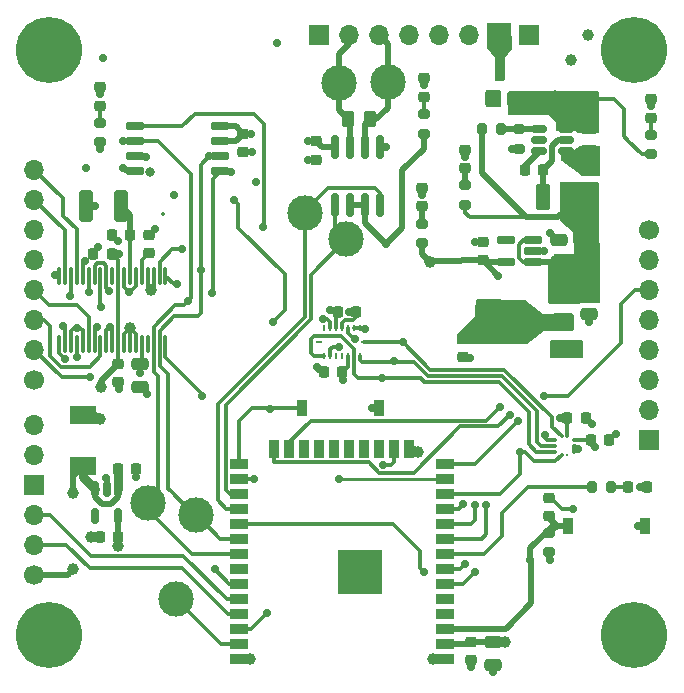
<source format=gtl>
G04 #@! TF.GenerationSoftware,KiCad,Pcbnew,9.0.0*
G04 #@! TF.CreationDate,2025-02-28T23:09:54-08:00*
G04 #@! TF.ProjectId,Constellation Stack V3.0,436f6e73-7465-46c6-9c61-74696f6e2053,rev?*
G04 #@! TF.SameCoordinates,Original*
G04 #@! TF.FileFunction,Copper,L1,Top*
G04 #@! TF.FilePolarity,Positive*
%FSLAX46Y46*%
G04 Gerber Fmt 4.6, Leading zero omitted, Abs format (unit mm)*
G04 Created by KiCad (PCBNEW 9.0.0) date 2025-02-28 23:09:54*
%MOMM*%
%LPD*%
G01*
G04 APERTURE LIST*
G04 Aperture macros list*
%AMRoundRect*
0 Rectangle with rounded corners*
0 $1 Rounding radius*
0 $2 $3 $4 $5 $6 $7 $8 $9 X,Y pos of 4 corners*
0 Add a 4 corners polygon primitive as box body*
4,1,4,$2,$3,$4,$5,$6,$7,$8,$9,$2,$3,0*
0 Add four circle primitives for the rounded corners*
1,1,$1+$1,$2,$3*
1,1,$1+$1,$4,$5*
1,1,$1+$1,$6,$7*
1,1,$1+$1,$8,$9*
0 Add four rect primitives between the rounded corners*
20,1,$1+$1,$2,$3,$4,$5,0*
20,1,$1+$1,$4,$5,$6,$7,0*
20,1,$1+$1,$6,$7,$8,$9,0*
20,1,$1+$1,$8,$9,$2,$3,0*%
G04 Aperture macros list end*
G04 #@! TA.AperFunction,SMDPad,CuDef*
%ADD10RoundRect,0.218750X-0.256250X0.218750X-0.256250X-0.218750X0.256250X-0.218750X0.256250X0.218750X0*%
G04 #@! TD*
G04 #@! TA.AperFunction,SMDPad,CuDef*
%ADD11RoundRect,0.250000X-0.262500X-0.450000X0.262500X-0.450000X0.262500X0.450000X-0.262500X0.450000X0*%
G04 #@! TD*
G04 #@! TA.AperFunction,ComponentPad*
%ADD12C,5.600000*%
G04 #@! TD*
G04 #@! TA.AperFunction,SMDPad,CuDef*
%ADD13R,1.500000X0.900000*%
G04 #@! TD*
G04 #@! TA.AperFunction,SMDPad,CuDef*
%ADD14R,0.900000X1.500000*%
G04 #@! TD*
G04 #@! TA.AperFunction,SMDPad,CuDef*
%ADD15R,0.900000X0.900000*%
G04 #@! TD*
G04 #@! TA.AperFunction,HeatsinkPad*
%ADD16C,0.600000*%
G04 #@! TD*
G04 #@! TA.AperFunction,SMDPad,CuDef*
%ADD17R,3.800000X3.800000*%
G04 #@! TD*
G04 #@! TA.AperFunction,SMDPad,CuDef*
%ADD18RoundRect,0.225000X0.250000X-0.225000X0.250000X0.225000X-0.250000X0.225000X-0.250000X-0.225000X0*%
G04 #@! TD*
G04 #@! TA.AperFunction,SMDPad,CuDef*
%ADD19RoundRect,0.250000X-0.475000X0.250000X-0.475000X-0.250000X0.475000X-0.250000X0.475000X0.250000X0*%
G04 #@! TD*
G04 #@! TA.AperFunction,SMDPad,CuDef*
%ADD20RoundRect,0.250000X0.475000X-0.250000X0.475000X0.250000X-0.475000X0.250000X-0.475000X-0.250000X0*%
G04 #@! TD*
G04 #@! TA.AperFunction,SMDPad,CuDef*
%ADD21R,0.254000X0.482600*%
G04 #@! TD*
G04 #@! TA.AperFunction,SMDPad,CuDef*
%ADD22R,0.482600X0.254000*%
G04 #@! TD*
G04 #@! TA.AperFunction,SMDPad,CuDef*
%ADD23RoundRect,0.375000X0.625000X0.375000X-0.625000X0.375000X-0.625000X-0.375000X0.625000X-0.375000X0*%
G04 #@! TD*
G04 #@! TA.AperFunction,SMDPad,CuDef*
%ADD24RoundRect,0.500000X0.500000X1.400000X-0.500000X1.400000X-0.500000X-1.400000X0.500000X-1.400000X0*%
G04 #@! TD*
G04 #@! TA.AperFunction,SMDPad,CuDef*
%ADD25RoundRect,0.150000X0.512500X0.150000X-0.512500X0.150000X-0.512500X-0.150000X0.512500X-0.150000X0*%
G04 #@! TD*
G04 #@! TA.AperFunction,SMDPad,CuDef*
%ADD26RoundRect,0.225000X-0.225000X-0.250000X0.225000X-0.250000X0.225000X0.250000X-0.225000X0.250000X0*%
G04 #@! TD*
G04 #@! TA.AperFunction,SMDPad,CuDef*
%ADD27RoundRect,0.225000X-0.250000X0.225000X-0.250000X-0.225000X0.250000X-0.225000X0.250000X0.225000X0*%
G04 #@! TD*
G04 #@! TA.AperFunction,SMDPad,CuDef*
%ADD28RoundRect,0.218750X0.218750X0.256250X-0.218750X0.256250X-0.218750X-0.256250X0.218750X-0.256250X0*%
G04 #@! TD*
G04 #@! TA.AperFunction,SMDPad,CuDef*
%ADD29RoundRect,0.200000X0.275000X-0.200000X0.275000X0.200000X-0.275000X0.200000X-0.275000X-0.200000X0*%
G04 #@! TD*
G04 #@! TA.AperFunction,SMDPad,CuDef*
%ADD30RoundRect,0.150000X-0.650000X-0.150000X0.650000X-0.150000X0.650000X0.150000X-0.650000X0.150000X0*%
G04 #@! TD*
G04 #@! TA.AperFunction,SMDPad,CuDef*
%ADD31RoundRect,0.200000X-0.200000X-0.275000X0.200000X-0.275000X0.200000X0.275000X-0.200000X0.275000X0*%
G04 #@! TD*
G04 #@! TA.AperFunction,SMDPad,CuDef*
%ADD32R,0.889000X1.397000*%
G04 #@! TD*
G04 #@! TA.AperFunction,SMDPad,CuDef*
%ADD33RoundRect,0.150000X-0.150000X0.512500X-0.150000X-0.512500X0.150000X-0.512500X0.150000X0.512500X0*%
G04 #@! TD*
G04 #@! TA.AperFunction,SMDPad,CuDef*
%ADD34RoundRect,0.225000X0.225000X0.250000X-0.225000X0.250000X-0.225000X-0.250000X0.225000X-0.250000X0*%
G04 #@! TD*
G04 #@! TA.AperFunction,SMDPad,CuDef*
%ADD35RoundRect,0.150000X0.650000X0.150000X-0.650000X0.150000X-0.650000X-0.150000X0.650000X-0.150000X0*%
G04 #@! TD*
G04 #@! TA.AperFunction,SMDPad,CuDef*
%ADD36R,0.254000X0.279400*%
G04 #@! TD*
G04 #@! TA.AperFunction,SMDPad,CuDef*
%ADD37R,0.279400X0.254000*%
G04 #@! TD*
G04 #@! TA.AperFunction,SMDPad,CuDef*
%ADD38RoundRect,0.250000X-0.325000X-1.100000X0.325000X-1.100000X0.325000X1.100000X-0.325000X1.100000X0*%
G04 #@! TD*
G04 #@! TA.AperFunction,SMDPad,CuDef*
%ADD39RoundRect,0.150000X0.150000X-0.512500X0.150000X0.512500X-0.150000X0.512500X-0.150000X-0.512500X0*%
G04 #@! TD*
G04 #@! TA.AperFunction,SMDPad,CuDef*
%ADD40RoundRect,0.150000X0.150000X-0.825000X0.150000X0.825000X-0.150000X0.825000X-0.150000X-0.825000X0*%
G04 #@! TD*
G04 #@! TA.AperFunction,SMDPad,CuDef*
%ADD41RoundRect,0.250000X-0.375000X-0.850000X0.375000X-0.850000X0.375000X0.850000X-0.375000X0.850000X0*%
G04 #@! TD*
G04 #@! TA.AperFunction,SMDPad,CuDef*
%ADD42RoundRect,0.075000X-0.075000X0.662500X-0.075000X-0.662500X0.075000X-0.662500X0.075000X0.662500X0*%
G04 #@! TD*
G04 #@! TA.AperFunction,SMDPad,CuDef*
%ADD43RoundRect,0.200000X0.200000X0.275000X-0.200000X0.275000X-0.200000X-0.275000X0.200000X-0.275000X0*%
G04 #@! TD*
G04 #@! TA.AperFunction,SMDPad,CuDef*
%ADD44R,2.209800X1.574800*%
G04 #@! TD*
G04 #@! TA.AperFunction,ComponentPad*
%ADD45C,3.000000*%
G04 #@! TD*
G04 #@! TA.AperFunction,ComponentPad*
%ADD46C,1.700000*%
G04 #@! TD*
G04 #@! TA.AperFunction,ComponentPad*
%ADD47O,1.700000X1.700000*%
G04 #@! TD*
G04 #@! TA.AperFunction,ComponentPad*
%ADD48R,1.700000X1.700000*%
G04 #@! TD*
G04 #@! TA.AperFunction,ViaPad*
%ADD49C,0.700000*%
G04 #@! TD*
G04 #@! TA.AperFunction,ViaPad*
%ADD50C,1.000000*%
G04 #@! TD*
G04 #@! TA.AperFunction,ViaPad*
%ADD51C,0.800000*%
G04 #@! TD*
G04 #@! TA.AperFunction,Conductor*
%ADD52C,0.300000*%
G04 #@! TD*
G04 #@! TA.AperFunction,Conductor*
%ADD53C,0.500000*%
G04 #@! TD*
G04 #@! TA.AperFunction,Conductor*
%ADD54C,0.750000*%
G04 #@! TD*
G04 #@! TA.AperFunction,Conductor*
%ADD55C,0.250000*%
G04 #@! TD*
G04 APERTURE END LIST*
D10*
X33520000Y-32412499D03*
X33520000Y-33987501D03*
D11*
X54530000Y-35071600D03*
X56355000Y-35071600D03*
D12*
X78740000Y-78740000D03*
D13*
X62725000Y-80800000D03*
X62725000Y-79530000D03*
X62725000Y-78260000D03*
X62725000Y-76990000D03*
X62725000Y-75720000D03*
X62725000Y-74450000D03*
X62725000Y-73180000D03*
X62725000Y-71910000D03*
X62725000Y-70640000D03*
X62725000Y-69370000D03*
X62725000Y-68100000D03*
X62725000Y-66830000D03*
X62725000Y-65560000D03*
X62725000Y-64290000D03*
D14*
X59690000Y-63040000D03*
X58420000Y-63040000D03*
X57150000Y-63040001D03*
X55880000Y-63040000D03*
X54610000Y-63040000D03*
X53340000Y-63040000D03*
X52070000Y-63040000D03*
X50800000Y-63040001D03*
X49530000Y-63040000D03*
X48260000Y-63040000D03*
D13*
X45225000Y-64290000D03*
X45225000Y-65560000D03*
X45225000Y-66830000D03*
X45225000Y-68100000D03*
X45225000Y-69370000D03*
X45225000Y-70640000D03*
X45225000Y-71910000D03*
X45225000Y-73180000D03*
X45225000Y-74450000D03*
X45225000Y-75720000D03*
X45225000Y-76990000D03*
X45225000Y-78260000D03*
X45225000Y-79530000D03*
X45225000Y-80800000D03*
D15*
X56875000Y-74860000D03*
D16*
X56875000Y-74160000D03*
D15*
X56875000Y-73460000D03*
D16*
X56875000Y-72760000D03*
D15*
X56875000Y-72060000D03*
D16*
X56175000Y-74860000D03*
X56175000Y-73460000D03*
X56175000Y-72060000D03*
D15*
X55475000Y-74860000D03*
D16*
X55475000Y-74160000D03*
D15*
X55475000Y-73460000D03*
D17*
X55475000Y-73460000D03*
D16*
X55475000Y-72760000D03*
D15*
X55475000Y-72060000D03*
D16*
X54775000Y-74860000D03*
X54775000Y-73460000D03*
X54775000Y-72060000D03*
D15*
X54075000Y-74860000D03*
D16*
X54075000Y-74160000D03*
D15*
X54075000Y-73460000D03*
D16*
X54075000Y-72760000D03*
D15*
X54075000Y-72060000D03*
D18*
X74918700Y-41020800D03*
X74918700Y-39470800D03*
D19*
X74938700Y-49720800D03*
X74938700Y-51620798D03*
D20*
X36855000Y-57765999D03*
X36855000Y-55866001D03*
D18*
X71540002Y-68700000D03*
X71540002Y-67150000D03*
D12*
X29210000Y-78740000D03*
D21*
X52475000Y-52819300D03*
X52974999Y-52819300D03*
X53475001Y-52819300D03*
X53975000Y-52819300D03*
X54474999Y-52819300D03*
X54975001Y-52819300D03*
X55475000Y-52819300D03*
D22*
X55886300Y-53975000D03*
D21*
X55475000Y-55130700D03*
X54975001Y-55130700D03*
X54474999Y-55130700D03*
X53975000Y-55130700D03*
X53475001Y-55130700D03*
X52974999Y-55130700D03*
X52475000Y-55130700D03*
D22*
X52063700Y-53975000D03*
D23*
X72588700Y-54570800D03*
X72588699Y-52270800D03*
X72588700Y-49970800D03*
D24*
X66288701Y-52270800D03*
D25*
X72968700Y-37830799D03*
X72968700Y-36880800D03*
X72968700Y-35930801D03*
X70693700Y-35930801D03*
X70693700Y-36880800D03*
X70693700Y-37830799D03*
D26*
X34477500Y-44896000D03*
X36027500Y-44896000D03*
D27*
X45643800Y-36334400D03*
X45643800Y-37884400D03*
D28*
X79817051Y-66260000D03*
X78242049Y-66260000D03*
D29*
X60790000Y-45595000D03*
X60790000Y-43945000D03*
D30*
X36430400Y-35712400D03*
X36430400Y-36982400D03*
X36430400Y-38252400D03*
X36430400Y-39522400D03*
X43630400Y-39522400D03*
X43630400Y-38252400D03*
X43630400Y-36982400D03*
X43630400Y-35712400D03*
D27*
X64871600Y-79323600D03*
X64871600Y-80873600D03*
X64208699Y-53720800D03*
X64208699Y-55270800D03*
D26*
X32940000Y-46506000D03*
X34490000Y-46506000D03*
D18*
X65888700Y-47045800D03*
X65888700Y-45495800D03*
D31*
X75114550Y-66260000D03*
X76764550Y-66260000D03*
D32*
X79620001Y-69500000D03*
X73119999Y-69500000D03*
X57110451Y-59560000D03*
X50610449Y-59560000D03*
D33*
X35009998Y-66425000D03*
X34059999Y-66425000D03*
X33110000Y-66425000D03*
X33110000Y-68700000D03*
X35009998Y-68700000D03*
D29*
X33520000Y-37050000D03*
X33520000Y-35400000D03*
D34*
X35009999Y-70482500D03*
X33459999Y-70482500D03*
D29*
X68968700Y-37580801D03*
X68968700Y-35930801D03*
D35*
X70148700Y-47220800D03*
X70148700Y-46270800D03*
X70148700Y-45320800D03*
X67848700Y-45320800D03*
X67848700Y-47220800D03*
D36*
X73074701Y-61952599D03*
X72574701Y-61952599D03*
D37*
X72037301Y-62240000D03*
X72037301Y-62739999D03*
X72037301Y-63239998D03*
D36*
X72574701Y-63527399D03*
X73074701Y-63527399D03*
D37*
X73612101Y-63239998D03*
X73612101Y-62739999D03*
X73612101Y-62240000D03*
D38*
X32289999Y-42426000D03*
X35240001Y-42426000D03*
D26*
X73078300Y-60389599D03*
X74628300Y-60389599D03*
D34*
X36547499Y-64702500D03*
X34997499Y-64702500D03*
D39*
X66420002Y-33400000D03*
X68320000Y-33400000D03*
X67370001Y-31125000D03*
D26*
X75048300Y-62239599D03*
X76598300Y-62239599D03*
D20*
X72328701Y-47200798D03*
X72328701Y-45300800D03*
D40*
X53416200Y-42364200D03*
X54686200Y-42364200D03*
X55956200Y-42364200D03*
X57226200Y-42364200D03*
X57226200Y-37414200D03*
X55956200Y-37414200D03*
X54686200Y-37414200D03*
X53416200Y-37414200D03*
D10*
X80140000Y-33422499D03*
X80140000Y-34997501D03*
D41*
X71023700Y-41680800D03*
X73173700Y-41680800D03*
D12*
X78740000Y-29210000D03*
D18*
X37615000Y-46421000D03*
X37615000Y-44871000D03*
D26*
X53615000Y-51410000D03*
X55165000Y-51410000D03*
D18*
X35055200Y-57363600D03*
X35055200Y-55813600D03*
D42*
X39040000Y-48367500D03*
X38540000Y-48367500D03*
X38040000Y-48367500D03*
X37540000Y-48367500D03*
X37040000Y-48367500D03*
X36540000Y-48367500D03*
X36040000Y-48367500D03*
X35540000Y-48367500D03*
X35040000Y-48367500D03*
X34540000Y-48367500D03*
X34040000Y-48367500D03*
X33540000Y-48367500D03*
X33040000Y-48367500D03*
X32540000Y-48367500D03*
X32040000Y-48367500D03*
X31540000Y-48367500D03*
X31040000Y-48367500D03*
X30540000Y-48367500D03*
X30040000Y-48367500D03*
X30040000Y-54092500D03*
X30540000Y-54092500D03*
X31040000Y-54092500D03*
X31540000Y-54092500D03*
X32040000Y-54092500D03*
X32540000Y-54092500D03*
X33040000Y-54092500D03*
X33540000Y-54092500D03*
X34040000Y-54092500D03*
X34540000Y-54092500D03*
X35040000Y-54092500D03*
X35540000Y-54092500D03*
X36040000Y-54092500D03*
X36540000Y-54092500D03*
X37040000Y-54092500D03*
X37540000Y-54092500D03*
X38040000Y-54092500D03*
X38540000Y-54092500D03*
X39040000Y-54092500D03*
D29*
X64418700Y-42345800D03*
X64418700Y-40695800D03*
D34*
X54015000Y-56540000D03*
X52465000Y-56540000D03*
D29*
X71540002Y-71784999D03*
X71540002Y-70134999D03*
X60909200Y-36346400D03*
X60909200Y-34696400D03*
D10*
X60919199Y-31623899D03*
X60919199Y-33198901D03*
X64408700Y-37683299D03*
X64408700Y-39258301D03*
D29*
X80140000Y-38072500D03*
X80140000Y-36422500D03*
D19*
X74928700Y-35860800D03*
X74928700Y-37760798D03*
D43*
X67488700Y-35930801D03*
X65838700Y-35930801D03*
D10*
X60790000Y-40904998D03*
X60790000Y-42480000D03*
D27*
X51766700Y-36969700D03*
X51766700Y-38519700D03*
D12*
X29210000Y-29210000D03*
D19*
X66781600Y-79373600D03*
X66781600Y-81273598D03*
D26*
X69473700Y-39420800D03*
X71023700Y-39420800D03*
D44*
X32058998Y-60150499D03*
X32058998Y-64468501D03*
D45*
X50820000Y-43060000D03*
D46*
X27940000Y-73660000D03*
D47*
X27940000Y-71120000D03*
X27940000Y-68580001D03*
D48*
X27940000Y-66040000D03*
D47*
X27940000Y-63500000D03*
X27940000Y-60960000D03*
D45*
X54360000Y-45240000D03*
X37520000Y-67600000D03*
X39960000Y-75710000D03*
D46*
X27940000Y-57150000D03*
D47*
X27940000Y-54610000D03*
X27940000Y-52070000D03*
X27940000Y-49530000D03*
X27940000Y-46990000D03*
X27940000Y-44450000D03*
X27940000Y-41910000D03*
X27940000Y-39370000D03*
D48*
X69850000Y-27940000D03*
D47*
X67310000Y-27940000D03*
X64770000Y-27940000D03*
X62230000Y-27940000D03*
X59690000Y-27940000D03*
X57150000Y-27940000D03*
X54610000Y-27940000D03*
D48*
X52070000Y-27940000D03*
D45*
X53740000Y-32020000D03*
X57850000Y-31980000D03*
X41640000Y-68590000D03*
D46*
X80010000Y-44450000D03*
D47*
X80010000Y-46990000D03*
X80010000Y-49530000D03*
X80010000Y-52070000D03*
X80010000Y-54610000D03*
X80010000Y-57150000D03*
X80010000Y-59690000D03*
D48*
X80010000Y-62230000D03*
D49*
X35075200Y-57968599D03*
X33240000Y-52730000D03*
X79234550Y-66280000D03*
X73550432Y-68120432D03*
D50*
X36027500Y-52776000D03*
D49*
X30505871Y-55380000D03*
X29695000Y-48316000D03*
X71618700Y-44730800D03*
X54615000Y-51392576D03*
D50*
X46228000Y-80822800D03*
D49*
X80151362Y-34010000D03*
X38115000Y-44366000D03*
X36557499Y-65352500D03*
D50*
X37775000Y-49546000D03*
X32747499Y-70482500D03*
D51*
X37714205Y-39540308D03*
D49*
X34995000Y-45416000D03*
X71200000Y-61840000D03*
X33055000Y-42426000D03*
X35470000Y-39190000D03*
X37493600Y-58392000D03*
X33520000Y-33000000D03*
X75143300Y-60929599D03*
X60929200Y-32211401D03*
X64881600Y-81493600D03*
X73788700Y-38980800D03*
X33780000Y-29960000D03*
X64848700Y-55300800D03*
X46670000Y-40420000D03*
X55956200Y-52832000D03*
X56490450Y-59570000D03*
X60780000Y-41492501D03*
X35969600Y-49730600D03*
X34310000Y-52690000D03*
X67100000Y-32990000D03*
X51126700Y-38514700D03*
X73988700Y-54950800D03*
X74938700Y-52290800D03*
X65248700Y-45510800D03*
X73998700Y-54220800D03*
D50*
X60401200Y-63271400D03*
D49*
X73959700Y-63019399D03*
X67110000Y-33710000D03*
X32240000Y-47120361D03*
X77190000Y-61730000D03*
X66801600Y-81933600D03*
X31547673Y-52805000D03*
X71098700Y-46290800D03*
X64424731Y-38270801D03*
X52400000Y-52027998D03*
D50*
X61671200Y-80822800D03*
X73360000Y-30080000D03*
D49*
X51900000Y-56070000D03*
X30984252Y-50041698D03*
X46380400Y-37896800D03*
X79010002Y-69500000D03*
X57686200Y-37444199D03*
X34270000Y-49630000D03*
X48520000Y-28630000D03*
X34021734Y-65496735D03*
X68348699Y-37580801D03*
X32280000Y-39260000D03*
X33315000Y-45896000D03*
D50*
X74810000Y-27980000D03*
X69538700Y-52260800D03*
X34987499Y-71212500D03*
X68438700Y-51160800D03*
D49*
X72463300Y-60409599D03*
X53010000Y-51253400D03*
D50*
X68438700Y-52250800D03*
D49*
X54110000Y-57180000D03*
X39730000Y-41490000D03*
D50*
X69538700Y-53360800D03*
D49*
X37388800Y-38277800D03*
X33510000Y-37610000D03*
D50*
X69488700Y-51160800D03*
D49*
X75403300Y-62849599D03*
X36865000Y-56546000D03*
X46278800Y-36347400D03*
D50*
X68438700Y-53360800D03*
D49*
X71600002Y-72457500D03*
D50*
X67771600Y-79373600D03*
X71990000Y-33160000D03*
X74590000Y-45540000D03*
D49*
X51096700Y-36979701D03*
D50*
X33498998Y-60488700D03*
D49*
X35115000Y-46506000D03*
D50*
X33620000Y-57760000D03*
X61440000Y-47150000D03*
D49*
X67210000Y-48370000D03*
X69930000Y-72400000D03*
X30364149Y-52638256D03*
X31540000Y-55270000D03*
X60940000Y-73470000D03*
X71050000Y-58510000D03*
X68880990Y-60661813D03*
X67340000Y-59480000D03*
X68170000Y-60110000D03*
X47930000Y-59600000D03*
X57680000Y-45700000D03*
X66169934Y-67741110D03*
X42170000Y-58540000D03*
X46500000Y-65560000D03*
X47320000Y-44210000D03*
X65270000Y-67730000D03*
X40400000Y-46130000D03*
X64270000Y-67720000D03*
X32570000Y-49710000D03*
X32650000Y-56930000D03*
X33550000Y-51040000D03*
D50*
X31240000Y-66730000D03*
X31240000Y-73210000D03*
D49*
X57370000Y-57010000D03*
X35470000Y-36980000D03*
X40970000Y-50500000D03*
X42767600Y-38252400D03*
X59115000Y-53975000D03*
X42020000Y-47870000D03*
X48120000Y-52280000D03*
X44875000Y-41925000D03*
X47640000Y-76880000D03*
X40030000Y-49080000D03*
X42990000Y-49852400D03*
X58360000Y-55551400D03*
X44600000Y-39530000D03*
X69060000Y-63290000D03*
X53714933Y-54351117D03*
X53720000Y-65560000D03*
X55112053Y-53712103D03*
X57450000Y-64340002D03*
X64390000Y-72800000D03*
X65230000Y-73430000D03*
X43220000Y-73210000D03*
D52*
X38835601Y-43104601D02*
X38835600Y-43104600D01*
X52974999Y-52819300D02*
X52974999Y-52248999D01*
X52130000Y-56540000D02*
X52465000Y-56540000D01*
X38027500Y-48313500D02*
X38027500Y-49293500D01*
X35540000Y-48367500D02*
X35540000Y-49301000D01*
X32040000Y-47271366D02*
X32040000Y-48367500D01*
X29697500Y-48313500D02*
X29695000Y-48316000D01*
D53*
X62725000Y-80800000D02*
X61694000Y-80800000D01*
X35470000Y-39190000D02*
X35802400Y-39522400D01*
X33459999Y-70482500D02*
X32747499Y-70482500D01*
D52*
X52753998Y-52027998D02*
X52400000Y-52027998D01*
D53*
X79620002Y-69500000D02*
X79010002Y-69500000D01*
D52*
X73612101Y-62739999D02*
X73680300Y-62739999D01*
X33520000Y-32412499D02*
X33520000Y-33000000D01*
X34477500Y-44896000D02*
X34477500Y-44898500D01*
X35540000Y-49301000D02*
X35969600Y-49730600D01*
X64871600Y-80873600D02*
X64871600Y-81483600D01*
X60919199Y-32201400D02*
X60929200Y-32211401D01*
X36547499Y-65342501D02*
X36557499Y-65352500D01*
X30039000Y-54050000D02*
X30027500Y-54038500D01*
D53*
X45643800Y-37884400D02*
X46368000Y-37884400D01*
D52*
X73680300Y-62739999D02*
X73959700Y-63019399D01*
X34040000Y-54092500D02*
X34040000Y-52960000D01*
X66781600Y-81913600D02*
X66801600Y-81933600D01*
X32191005Y-47120361D02*
X32040000Y-47271366D01*
X31547673Y-52805000D02*
X31280360Y-52805000D01*
X33260000Y-47280000D02*
X33794534Y-47280000D01*
D53*
X56500450Y-59560000D02*
X56490450Y-59570000D01*
D52*
X31896565Y-52845361D02*
X32040000Y-52988796D01*
D53*
X74628300Y-60414599D02*
X75143300Y-60929599D01*
D52*
X31547673Y-52805000D02*
X31585715Y-52805000D01*
X30080365Y-54974899D02*
X30039000Y-54933534D01*
D53*
X60790000Y-41482501D02*
X60780000Y-41492501D01*
X46368000Y-37884400D02*
X46380400Y-37896800D01*
X72328701Y-45300800D02*
X72188700Y-45300800D01*
D52*
X51766700Y-38519701D02*
X51131700Y-38519700D01*
D53*
X35802400Y-39522400D02*
X36430400Y-39522400D01*
D52*
X57686200Y-37444199D02*
X57656201Y-37414200D01*
X52974999Y-52248999D02*
X52753998Y-52027998D01*
D53*
X60790000Y-40904998D02*
X60790000Y-41482501D01*
D52*
X34540000Y-54092500D02*
X34540000Y-52920000D01*
X54240000Y-52130000D02*
X54880000Y-52130000D01*
X55180000Y-51830000D02*
X55165000Y-51815000D01*
X33040000Y-47500000D02*
X33260000Y-47280000D01*
X37615000Y-44871000D02*
X37615000Y-44866000D01*
D53*
X59690000Y-63040000D02*
X60169800Y-63040000D01*
D52*
X64408700Y-38254770D02*
X64424731Y-38270801D01*
X34040000Y-52960000D02*
X34310000Y-52690000D01*
X35055200Y-57363600D02*
X35055200Y-57948600D01*
D53*
X74938700Y-51620798D02*
X74938700Y-52290800D01*
D52*
X55475000Y-52819300D02*
X55943500Y-52819300D01*
X34040000Y-48367500D02*
X34040000Y-49400000D01*
X71326101Y-62240000D02*
X72037301Y-62240000D01*
X73612101Y-63239998D02*
X73612101Y-62739999D01*
D53*
X64208699Y-55270800D02*
X64818700Y-55270800D01*
D52*
X37527500Y-49298500D02*
X37775000Y-49546000D01*
X65263700Y-45495800D02*
X65248700Y-45510800D01*
X64408700Y-37683299D02*
X64408700Y-38254770D01*
X32040000Y-52988796D02*
X32040000Y-54092500D01*
X32289999Y-42426000D02*
X33055000Y-42426000D01*
X66781600Y-81273598D02*
X66781600Y-81913600D01*
X33040000Y-54092500D02*
X33040000Y-52930000D01*
X30505871Y-55380000D02*
X30306871Y-55181000D01*
X53975000Y-52395000D02*
X54240000Y-52130000D01*
X35540000Y-54092500D02*
X35540000Y-53263500D01*
D53*
X68348699Y-37580801D02*
X68968700Y-37580801D01*
D52*
X31040000Y-53045360D02*
X31040000Y-54092500D01*
D53*
X57110451Y-59560000D02*
X56500450Y-59560000D01*
D52*
X32940000Y-46271000D02*
X33315000Y-45896000D01*
X30039000Y-54933534D02*
X30039000Y-54300021D01*
X70148700Y-46270800D02*
X71078700Y-46270800D01*
X31280360Y-52805000D02*
X31040000Y-53045360D01*
X37481001Y-58392000D02*
X36855000Y-57765999D01*
X33794534Y-47280000D02*
X34040000Y-47525466D01*
X71200000Y-61840000D02*
X71200000Y-62113899D01*
D53*
X64818700Y-55270800D02*
X64848700Y-55300800D01*
D52*
X35055200Y-57948600D02*
X35075200Y-57968599D01*
X31585715Y-52805000D02*
X31626076Y-52845361D01*
X31626076Y-52845361D02*
X31896565Y-52845361D01*
X80140000Y-33998638D02*
X80151362Y-34010000D01*
X30027500Y-48313500D02*
X29697500Y-48313500D01*
X36017520Y-49730600D02*
X36540000Y-49208120D01*
X55165000Y-51410000D02*
X54632424Y-51410000D01*
X33040000Y-52930000D02*
X33240000Y-52730000D01*
D53*
X72188700Y-45300800D02*
X71618700Y-44730800D01*
D52*
X55943500Y-52819300D02*
X55956200Y-52832000D01*
X80140000Y-33422498D02*
X80140000Y-33998638D01*
X33040000Y-48367500D02*
X33040000Y-47500000D01*
X35540000Y-53263500D02*
X36027500Y-52776000D01*
D53*
X61694000Y-80800000D02*
X61671200Y-80822800D01*
D52*
X37540000Y-49311000D02*
X37775000Y-49546000D01*
X34477500Y-44898500D02*
X34995000Y-45416000D01*
X34540000Y-52920000D02*
X34310000Y-52690000D01*
X36547499Y-64702500D02*
X36547499Y-65342501D01*
X73550432Y-68120432D02*
X72649982Y-68120432D01*
X37615000Y-44866000D02*
X38115000Y-44366000D01*
X51900000Y-56070000D02*
X51900000Y-56310000D01*
D53*
X45225000Y-80800000D02*
X46205200Y-80800000D01*
X34059999Y-65535000D02*
X34059999Y-66425000D01*
D52*
X36540000Y-49208120D02*
X36540000Y-48533107D01*
X71679550Y-67150000D02*
X71540002Y-67150000D01*
X34040000Y-47525466D02*
X34040000Y-48367500D01*
X72649982Y-68120432D02*
X71679550Y-67150000D01*
D53*
X74628300Y-60389599D02*
X74628300Y-60414599D01*
D52*
X60919199Y-31623899D02*
X60919199Y-32201400D01*
D53*
X34021734Y-65496735D02*
X34059999Y-65535000D01*
D52*
X51900000Y-56310000D02*
X52130000Y-56540000D01*
X37493600Y-58392000D02*
X37481001Y-58392000D01*
X31040000Y-48367500D02*
X31040000Y-49985950D01*
X30286466Y-55181000D02*
X30080365Y-54974899D01*
X35969600Y-49730600D02*
X36017520Y-49730600D01*
X57656201Y-37414200D02*
X57226200Y-37414200D01*
X76680401Y-62239599D02*
X77190000Y-61730000D01*
X54975001Y-52819300D02*
X55475000Y-52819300D01*
X31040000Y-49985950D02*
X30984252Y-50041698D01*
X55165000Y-51815000D02*
X55165000Y-51410000D01*
D53*
X46205200Y-80800000D02*
X46228000Y-80822800D01*
X60169800Y-63040000D02*
X60401200Y-63271400D01*
D52*
X37540000Y-48367500D02*
X37540000Y-49311000D01*
X36527500Y-53276000D02*
X36027500Y-52776000D01*
X71078700Y-46270800D02*
X71098700Y-46290800D01*
X54880000Y-52130000D02*
X55180000Y-51830000D01*
X30039000Y-54300021D02*
X30039000Y-54050000D01*
X54632424Y-51410000D02*
X54615000Y-51392576D01*
X65888700Y-45495800D02*
X65263700Y-45495800D01*
X32240000Y-47120361D02*
X32191005Y-47120361D01*
X32940000Y-46506000D02*
X32940000Y-46271000D01*
X30306871Y-55181000D02*
X30286466Y-55181000D01*
X53975000Y-52819300D02*
X53975000Y-52395000D01*
X51131700Y-38519700D02*
X51126700Y-38514700D01*
X71200000Y-62113899D02*
X71326101Y-62240000D01*
X64871600Y-81483600D02*
X64881600Y-81493600D01*
X36027500Y-52776000D02*
X36027500Y-54038500D01*
X34040000Y-49400000D02*
X34270000Y-49630000D01*
X38027500Y-49293500D02*
X37775000Y-49546000D01*
X36527500Y-54038500D02*
X36527500Y-53276000D01*
X76598300Y-62239599D02*
X76680401Y-62239599D01*
D53*
X46265800Y-36334400D02*
X46278800Y-36347400D01*
X71540002Y-72397499D02*
X71600002Y-72457500D01*
D52*
X37040000Y-55681001D02*
X36855000Y-55866001D01*
D53*
X45643800Y-36334400D02*
X46265800Y-36334400D01*
D52*
X75047899Y-62240000D02*
X75048300Y-62239599D01*
X73612101Y-62240000D02*
X75047899Y-62240000D01*
X64567600Y-79627600D02*
X64871600Y-79323600D01*
X54110000Y-57180000D02*
X54110000Y-56635000D01*
X54474999Y-55130700D02*
X54474999Y-56080001D01*
D53*
X66781600Y-79373600D02*
X64921600Y-79373600D01*
D52*
X72483300Y-60389599D02*
X72463300Y-60409599D01*
D53*
X37363400Y-38252400D02*
X37388800Y-38277800D01*
X35009999Y-70482500D02*
X35009999Y-71190000D01*
X75048300Y-62239599D02*
X75048300Y-62494599D01*
D52*
X53615000Y-51410000D02*
X53166600Y-51410000D01*
D53*
X35009999Y-71190000D02*
X34987499Y-71212500D01*
X71540001Y-71785000D02*
X71540002Y-72397499D01*
D52*
X53166600Y-51410000D02*
X53010000Y-51253400D01*
X33520000Y-37050000D02*
X33520000Y-37600000D01*
D53*
X36855000Y-56536000D02*
X36865000Y-56546000D01*
D52*
X54474999Y-56080001D02*
X54015000Y-56540000D01*
D53*
X35009999Y-68700000D02*
X35009999Y-70482500D01*
D52*
X53615000Y-51410000D02*
X53475001Y-51549999D01*
X73078300Y-60389599D02*
X72483300Y-60389599D01*
D53*
X36430400Y-38252400D02*
X37363400Y-38252400D01*
D52*
X53475001Y-51549999D02*
X53475001Y-52819300D01*
D53*
X75048300Y-62494599D02*
X75403300Y-62849599D01*
D52*
X37040000Y-54092500D02*
X37040000Y-55681001D01*
D53*
X64665200Y-79530000D02*
X64871600Y-79323600D01*
D52*
X73074701Y-60393198D02*
X73078300Y-60389599D01*
X33520000Y-37600000D02*
X33510000Y-37610000D01*
X73074701Y-61952599D02*
X73074701Y-60393198D01*
D53*
X64921600Y-79373600D02*
X64871600Y-79323600D01*
X45021800Y-35712400D02*
X45643800Y-36334400D01*
X43630400Y-35712400D02*
X45021800Y-35712400D01*
X66781600Y-79373600D02*
X67771600Y-79373600D01*
D52*
X54110000Y-56635000D02*
X54015000Y-56540000D01*
D53*
X43630400Y-36982400D02*
X44995800Y-36982400D01*
X62725000Y-79530000D02*
X64665200Y-79530000D01*
X44995800Y-36982400D02*
X45643800Y-36334400D01*
X36855000Y-55866001D02*
X36855000Y-56536000D01*
X69473700Y-39055800D02*
X69473700Y-39420800D01*
X70693700Y-37830799D02*
X70693700Y-37835800D01*
X70693700Y-37835800D02*
X69473700Y-39055800D01*
X72968700Y-36880800D02*
X72306201Y-36880800D01*
X71806200Y-37380801D02*
X71806200Y-38638300D01*
X72306201Y-36880800D02*
X71806200Y-37380801D01*
X71023700Y-41680800D02*
X71023700Y-39420800D01*
X71806200Y-38638300D02*
X71023700Y-39420800D01*
D52*
X77860000Y-34840000D02*
X77860000Y-34230000D01*
X80140000Y-38072500D02*
X79372500Y-38072500D01*
X77330000Y-33700000D02*
X77040000Y-33410000D01*
X77860000Y-36560000D02*
X77860000Y-34840000D01*
X78220000Y-36920000D02*
X77860000Y-36560000D01*
X79372500Y-38072500D02*
X78220000Y-36920000D01*
X77040000Y-33410000D02*
X75390000Y-33410000D01*
X77860000Y-34230000D02*
X77330000Y-33700000D01*
D53*
X73173700Y-42545800D02*
X73173700Y-41680800D01*
X72298700Y-43420800D02*
X73173700Y-42545800D01*
D52*
X64418700Y-43050800D02*
X64788700Y-43420800D01*
X68938700Y-45730801D02*
X69348701Y-45320800D01*
X70148700Y-47220799D02*
X69348701Y-47220801D01*
D53*
X70168702Y-47200798D02*
X70148700Y-47220800D01*
X69578700Y-43420800D02*
X72298700Y-43420800D01*
D52*
X64418700Y-42345800D02*
X64418700Y-43050800D01*
X68938700Y-46810800D02*
X68938700Y-45730801D01*
X64788700Y-43420800D02*
X69578700Y-43420800D01*
X69938701Y-45150800D02*
X70738700Y-45150801D01*
D53*
X72328701Y-47200798D02*
X70168702Y-47200798D01*
D52*
X69348701Y-47220801D02*
X68938700Y-46810800D01*
D53*
X65838700Y-39680800D02*
X69578700Y-43420800D01*
X65838700Y-35930801D02*
X65838700Y-39680800D01*
X65980000Y-47137100D02*
X65888700Y-47045800D01*
D52*
X35040000Y-48367500D02*
X35040000Y-47056000D01*
X35040000Y-48367500D02*
X35040000Y-54092500D01*
D53*
X61510000Y-47080000D02*
X64095800Y-47080000D01*
X61440000Y-47150000D02*
X60790000Y-46500000D01*
X33620000Y-57760000D02*
X33620000Y-57248800D01*
X64095800Y-47080000D02*
X64130000Y-47045800D01*
X67848700Y-47220800D02*
X66063700Y-47220800D01*
X52271700Y-37474700D02*
X51766700Y-36969700D01*
D52*
X35040000Y-47056000D02*
X34490000Y-46506000D01*
D53*
X34490000Y-46506000D02*
X35115000Y-46506000D01*
X51766700Y-36969700D02*
X51106701Y-36969700D01*
D52*
X35040000Y-55798400D02*
X35040000Y-54092500D01*
D53*
X60790000Y-46500000D02*
X60790000Y-45595000D01*
X61440000Y-47150000D02*
X61510000Y-47080000D01*
X65980000Y-47140000D02*
X65980000Y-47137100D01*
X53426700Y-37474700D02*
X52271700Y-37474700D01*
X66063700Y-47220800D02*
X65888700Y-47045800D01*
X64130000Y-47045800D02*
X65888700Y-47045800D01*
X67210000Y-48370000D02*
X65980000Y-47140000D01*
X33620000Y-57248800D02*
X35055200Y-55813600D01*
D52*
X35055200Y-55813600D02*
X35040000Y-55798400D01*
D53*
X51106701Y-36969700D02*
X51096700Y-36979701D01*
X33160797Y-60150499D02*
X33498998Y-60488700D01*
X32058998Y-60150499D02*
X33160797Y-60150499D01*
X71540002Y-68700000D02*
X71540002Y-68865000D01*
X71540002Y-68865000D02*
X72175002Y-69500000D01*
X70020000Y-72490000D02*
X70020000Y-76080000D01*
X69930000Y-72400000D02*
X70020000Y-72490000D01*
X69930000Y-72400000D02*
X69930000Y-71390000D01*
X70020000Y-76080000D02*
X67840000Y-78260000D01*
X67840000Y-78260000D02*
X62725000Y-78260000D01*
X72165002Y-69510000D02*
X72175002Y-69500000D01*
X72210002Y-69500000D02*
X72175002Y-69500000D01*
X71810000Y-69510000D02*
X72165002Y-69510000D01*
X73119999Y-69500000D02*
X72210002Y-69500000D01*
X72175002Y-69500000D02*
X71540002Y-70135000D01*
X69930000Y-71390000D02*
X71810000Y-69510000D01*
D52*
X80140000Y-36422501D02*
X80140000Y-34997499D01*
D53*
X64408700Y-39258301D02*
X64408700Y-40685800D01*
X64408700Y-40685800D02*
X64418700Y-40695800D01*
X60790000Y-43945000D02*
X60790000Y-42480000D01*
D52*
X33520000Y-33987500D02*
X33520000Y-35400000D01*
X76764550Y-66260000D02*
X78242049Y-66260000D01*
X60919199Y-33198901D02*
X60919199Y-34686401D01*
X60919199Y-34686401D02*
X60909200Y-34696400D01*
X30540000Y-44510000D02*
X27940000Y-41910000D01*
X30540000Y-48367500D02*
X30540000Y-44510000D01*
X31540000Y-44430000D02*
X30380000Y-43270000D01*
X30380000Y-43270000D02*
X30380000Y-41810000D01*
X31540000Y-48367500D02*
X31540000Y-44430000D01*
X30380000Y-41810000D02*
X27940000Y-39370000D01*
X30540000Y-52814107D02*
X30540000Y-54092500D01*
X30364149Y-52638256D02*
X30540000Y-52814107D01*
X31540000Y-54092500D02*
X31540000Y-55270000D01*
X60560000Y-71660000D02*
X58270000Y-69370000D01*
X60940000Y-73470000D02*
X60560000Y-73090000D01*
X58270000Y-69370000D02*
X45225000Y-69370000D01*
X60560000Y-73090000D02*
X60560000Y-71660000D01*
X62725000Y-64290000D02*
X65252803Y-64290000D01*
X77570000Y-54090000D02*
X77570000Y-50740000D01*
X73150000Y-58510000D02*
X77570000Y-54090000D01*
X65252803Y-64290000D02*
X68880990Y-60661813D01*
X78780000Y-49530000D02*
X80010000Y-49530000D01*
X71050000Y-58510000D02*
X73150000Y-58510000D01*
X77570000Y-50740000D02*
X78780000Y-49530000D01*
X49530000Y-62408001D02*
X51328501Y-60609500D01*
X66210500Y-60609500D02*
X67340000Y-59480000D01*
X51328501Y-60609500D02*
X66210500Y-60609500D01*
X49530000Y-63040000D02*
X49530000Y-62408001D01*
X64002500Y-61110500D02*
X67169500Y-61110500D01*
X60071998Y-65041002D02*
X64002500Y-61110500D01*
X48311000Y-64141000D02*
X56259634Y-64141000D01*
X57159636Y-65041002D02*
X60071998Y-65041002D01*
X48260000Y-63040000D02*
X48260000Y-64090000D01*
X48260000Y-64090000D02*
X48311000Y-64141000D01*
X67169500Y-61110500D02*
X68170000Y-60110000D01*
X56259634Y-64141000D02*
X57159636Y-65041002D01*
D53*
X53740000Y-32020000D02*
X53740000Y-34281600D01*
X54610000Y-27940000D02*
X54610000Y-28700000D01*
X53740000Y-34281600D02*
X54530000Y-35071600D01*
X53740000Y-29570000D02*
X53740000Y-32020000D01*
X54530000Y-35071600D02*
X54686200Y-35227800D01*
X54686200Y-35227800D02*
X54686200Y-37414200D01*
X54610000Y-28700000D02*
X53740000Y-29570000D01*
D52*
X54686200Y-37369200D02*
X54716200Y-37339200D01*
D53*
X57150000Y-27940000D02*
X57910000Y-28700000D01*
X55956200Y-35470400D02*
X55956200Y-37414200D01*
X56355000Y-35071600D02*
X56888400Y-35071600D01*
X57910000Y-31920000D02*
X57850000Y-31980000D01*
X56888400Y-35071600D02*
X57850000Y-34110000D01*
X56355000Y-35071600D02*
X55956200Y-35470400D01*
X57850000Y-34110000D02*
X57850000Y-31980000D01*
X57910000Y-28700000D02*
X57910000Y-31920000D01*
D52*
X47930000Y-59600000D02*
X47900000Y-59570000D01*
X46340000Y-59570000D02*
X45225000Y-60685000D01*
X50610449Y-59560000D02*
X47970000Y-59560000D01*
X47900000Y-59570000D02*
X46340000Y-59570000D01*
X45225000Y-60685000D02*
X45225000Y-64290000D01*
X47970000Y-59560000D02*
X47930000Y-59600000D01*
D53*
X70693700Y-35930801D02*
X68968700Y-35930801D01*
X67488700Y-35930801D02*
X68968700Y-35930801D01*
D52*
X67530000Y-68460000D02*
X67530000Y-70430000D01*
X66050000Y-71910000D02*
X62725000Y-71910000D01*
X75114550Y-66260000D02*
X69730000Y-66260000D01*
X67530000Y-70430000D02*
X66050000Y-71910000D01*
X69730000Y-66260000D02*
X67530000Y-68460000D01*
D53*
X55956200Y-43906200D02*
X55956200Y-42364200D01*
X57680000Y-45700000D02*
X57680000Y-45630000D01*
D52*
X65810000Y-70640000D02*
X62725000Y-70640000D01*
X66190000Y-70260000D02*
X65810000Y-70640000D01*
D53*
X57690000Y-45700000D02*
X59070000Y-44320000D01*
X59070000Y-44320000D02*
X59070000Y-39430000D01*
D52*
X66169934Y-67741110D02*
X66190000Y-67761176D01*
D53*
X57680000Y-45700000D02*
X57690000Y-45700000D01*
X60909200Y-37590800D02*
X60909200Y-36346400D01*
X57680000Y-45630000D02*
X55956200Y-43906200D01*
X55956200Y-42364200D02*
X54686200Y-42364200D01*
X59070000Y-39430000D02*
X60909200Y-37590800D01*
D52*
X66190000Y-67761176D02*
X66190000Y-70260000D01*
X42160000Y-58330000D02*
X39040000Y-55210000D01*
X46500000Y-65560000D02*
X45225000Y-65560000D01*
X42160000Y-58530000D02*
X42160000Y-58330000D01*
X39040000Y-55210000D02*
X39040000Y-54092500D01*
X42170000Y-58540000D02*
X42160000Y-58530000D01*
X65270000Y-69050000D02*
X64950000Y-69370000D01*
X47320000Y-44210000D02*
X47370000Y-44160000D01*
X47370000Y-44160000D02*
X47370000Y-35520000D01*
X40457600Y-35712400D02*
X36430400Y-35712400D01*
X65270000Y-67730000D02*
X65270000Y-69050000D01*
X46520000Y-34670000D02*
X41500000Y-34670000D01*
X47370000Y-35520000D02*
X46520000Y-34670000D01*
X64950000Y-69370000D02*
X62725000Y-69370000D01*
X41500000Y-34670000D02*
X40457600Y-35712400D01*
X38540000Y-47150000D02*
X38540000Y-48367500D01*
X63890000Y-68100000D02*
X62725000Y-68100000D01*
X40400000Y-46130000D02*
X39560000Y-46130000D01*
X39560000Y-46130000D02*
X38540000Y-47150000D01*
X64270000Y-67720000D02*
X63890000Y-68100000D01*
X44124000Y-59266000D02*
X44124000Y-66460000D01*
X51350000Y-52040000D02*
X44124000Y-59266000D01*
X44124000Y-66460000D02*
X44494000Y-66830000D01*
X51350000Y-48250000D02*
X51350000Y-52040000D01*
X53416200Y-42364200D02*
X53416200Y-44296200D01*
X53416200Y-44296200D02*
X54360000Y-45240000D01*
X54360000Y-45240000D02*
X51350000Y-48250000D01*
X44494000Y-66830000D02*
X45225000Y-66830000D01*
X50860000Y-43080000D02*
X50820000Y-43120000D01*
X43459000Y-66404520D02*
X43459000Y-66404521D01*
X52810000Y-40940000D02*
X50860000Y-42890000D01*
X50860000Y-42890000D02*
X50860000Y-43080000D01*
X50820000Y-43120000D02*
X50820000Y-51850000D01*
X43459000Y-67369000D02*
X43459000Y-66404520D01*
X45225000Y-68100000D02*
X44190000Y-68100000D01*
X56776999Y-40940000D02*
X52810000Y-40940000D01*
X44190000Y-68100000D02*
X43459000Y-67369000D01*
X50820000Y-51850000D02*
X43459000Y-59211000D01*
X57226200Y-42364200D02*
X57226200Y-41389201D01*
X57226200Y-41389201D02*
X56776999Y-40940000D01*
X43459000Y-59211000D02*
X43459000Y-66404520D01*
X40553500Y-72063500D02*
X32753500Y-72063500D01*
X29270001Y-68580001D02*
X27940000Y-68580001D01*
X32753500Y-72063500D02*
X29270001Y-68580001D01*
X45225000Y-75720000D02*
X44210000Y-75720000D01*
X44210000Y-75720000D02*
X40553500Y-72063500D01*
X32620000Y-73100000D02*
X30640000Y-71120000D01*
X30640000Y-71120000D02*
X27940000Y-71120000D01*
X40470000Y-73100000D02*
X32620000Y-73100000D01*
X44360000Y-76990000D02*
X40470000Y-73100000D01*
X45225000Y-76990000D02*
X44360000Y-76990000D01*
X36040000Y-48367500D02*
X36040000Y-44908500D01*
X36040000Y-44908500D02*
X36027500Y-44896000D01*
D53*
X36027500Y-43213499D02*
X36027500Y-44896000D01*
X35240001Y-42426000D02*
X36027500Y-43213499D01*
D52*
X37615000Y-46421000D02*
X37040000Y-46996000D01*
X37040000Y-46996000D02*
X37040000Y-48367500D01*
X32540000Y-49470000D02*
X32540000Y-48367500D01*
X32570000Y-49710000D02*
X32570000Y-49500000D01*
X32570000Y-49500000D02*
X32540000Y-49470000D01*
X31540000Y-50810000D02*
X32540000Y-51810000D01*
X27940000Y-49530000D02*
X29220000Y-50810000D01*
X29220000Y-50810000D02*
X31540000Y-50810000D01*
X32540000Y-51810000D02*
X32540000Y-54092500D01*
X33540000Y-51030000D02*
X33540000Y-48367500D01*
X30260000Y-56930000D02*
X27940000Y-54610000D01*
X32650000Y-56930000D02*
X30260000Y-56930000D01*
X33550000Y-51040000D02*
X33540000Y-51030000D01*
X28770000Y-52070000D02*
X29270000Y-52570000D01*
X30215507Y-56081000D02*
X32629000Y-56081000D01*
X29804871Y-55670364D02*
X30215507Y-56081000D01*
X29804871Y-55664871D02*
X29804871Y-55670364D01*
X29270000Y-52570000D02*
X29270000Y-55130000D01*
X33540000Y-55170000D02*
X33540000Y-54092500D01*
X32629000Y-56081000D02*
X33540000Y-55170000D01*
X27940000Y-52070000D02*
X28770000Y-52070000D01*
X29270000Y-55130000D02*
X29804871Y-55664871D01*
D53*
X35009999Y-67087499D02*
X35009999Y-66425000D01*
X31250000Y-66720000D02*
X31250000Y-65277499D01*
X31250000Y-65277499D02*
X32058998Y-64468501D01*
X27940000Y-73660000D02*
X30790000Y-73660000D01*
X33109999Y-67087499D02*
X33671001Y-67648501D01*
X33671001Y-67648501D02*
X34448997Y-67648501D01*
D54*
X35009999Y-64715000D02*
X34997499Y-64702500D01*
X32058998Y-65373998D02*
X33110000Y-66425000D01*
X35009999Y-66425000D02*
X35009999Y-64715000D01*
D53*
X34448997Y-67648501D02*
X35009999Y-67087499D01*
D54*
X32058998Y-64468501D02*
X32058998Y-65373998D01*
D53*
X31240000Y-66730000D02*
X31250000Y-66720000D01*
X33109999Y-66425000D02*
X33109999Y-67087499D01*
X30790000Y-73660000D02*
X31240000Y-73210000D01*
D52*
X51600700Y-55130700D02*
X52475000Y-55130700D01*
X60650000Y-57010000D02*
X57370000Y-57010000D01*
X67280000Y-57320000D02*
X60960000Y-57320000D01*
X72037301Y-63239998D02*
X70449998Y-63239998D01*
X38402400Y-36982400D02*
X36430400Y-36982400D01*
X40970000Y-50500000D02*
X40610000Y-50860000D01*
X38040000Y-52690000D02*
X38040000Y-54092500D01*
X38400000Y-56834600D02*
X38040000Y-56474600D01*
X40970000Y-50500000D02*
X41190000Y-50280000D01*
X38400000Y-66720000D02*
X38400000Y-56834600D01*
X69810000Y-59850000D02*
X67280000Y-57320000D01*
X57370000Y-57010000D02*
X55350002Y-57010000D01*
X41190000Y-39770000D02*
X38402400Y-36982400D01*
X60960000Y-57320000D02*
X60650000Y-57010000D01*
X39870000Y-50860000D02*
X38040000Y-52690000D01*
X51370000Y-54900000D02*
X51600700Y-55130700D01*
X37520000Y-67600000D02*
X38400000Y-66720000D01*
X54975001Y-54565001D02*
X53907000Y-53497000D01*
X41190000Y-50280000D02*
X41190000Y-39770000D01*
X45225000Y-71910000D02*
X41252200Y-71910000D01*
X54975001Y-55130700D02*
X54975001Y-54565001D01*
X38040000Y-56474600D02*
X38040000Y-54092500D01*
X51613000Y-53497000D02*
X51370000Y-53740000D01*
X51370000Y-53740000D02*
X51370000Y-54900000D01*
X69810000Y-62600000D02*
X69810000Y-59850000D01*
X70449998Y-63239998D02*
X69810000Y-62600000D01*
X37520000Y-68177800D02*
X37520000Y-67600000D01*
X53907000Y-53497000D02*
X51613000Y-53497000D01*
X35470000Y-36980000D02*
X35895200Y-36980000D01*
X54975001Y-56634999D02*
X54975001Y-55130700D01*
X35895200Y-36980000D02*
X35897600Y-36982400D01*
X40610000Y-50860000D02*
X39870000Y-50860000D01*
X55350002Y-57010000D02*
X54975001Y-56634999D01*
X41252200Y-71910000D02*
X37520000Y-68177800D01*
X35897600Y-36982400D02*
X36430400Y-36982400D01*
X42110000Y-69060000D02*
X43690000Y-70640000D01*
X59115000Y-53975000D02*
X55886300Y-53975000D01*
X67718520Y-56310000D02*
X71762300Y-60353780D01*
X41870000Y-68997200D02*
X41870000Y-69060000D01*
X38540000Y-55958600D02*
X38540000Y-54092500D01*
X38540000Y-53020000D02*
X38540000Y-54092500D01*
X61450000Y-56310000D02*
X67718520Y-56310000D01*
X39271600Y-66398800D02*
X39271600Y-56690200D01*
X41870000Y-69060000D02*
X42110000Y-69060000D01*
X59115000Y-53975000D02*
X61450000Y-56310000D01*
X39395400Y-66522600D02*
X41870000Y-68997200D01*
X42020000Y-47870000D02*
X42050000Y-47900000D01*
X71762300Y-61140198D02*
X72574701Y-61952599D01*
X41758520Y-51780000D02*
X39780000Y-51780000D01*
X43690000Y-70640000D02*
X45225000Y-70640000D01*
X39780000Y-51780000D02*
X38540000Y-53020000D01*
X39471400Y-66598600D02*
X39271600Y-66398800D01*
X71762300Y-60353780D02*
X71762300Y-61140198D01*
X42050000Y-51488520D02*
X41758520Y-51780000D01*
X39271600Y-56690200D02*
X38540000Y-55958600D01*
X42767600Y-38252400D02*
X43630400Y-38252400D01*
X42050000Y-47900000D02*
X42050000Y-51488520D01*
X42020000Y-39000000D02*
X42767600Y-38252400D01*
X42020000Y-47870000D02*
X42020000Y-39000000D01*
X45190000Y-42240000D02*
X45190000Y-44280000D01*
X47201000Y-77334000D02*
X46275000Y-78260000D01*
X49140000Y-51250000D02*
X48120000Y-52270000D01*
X49140000Y-48230000D02*
X49140000Y-51250000D01*
X45190000Y-44280000D02*
X49140000Y-48230000D01*
X46275000Y-78260000D02*
X45225000Y-78260000D01*
X47201000Y-77319000D02*
X47201000Y-77334000D01*
X47640000Y-76880000D02*
X47201000Y-77319000D01*
X44875000Y-41925000D02*
X45190000Y-42240000D01*
X48120000Y-52270000D02*
X48120000Y-52280000D01*
X42990000Y-49852400D02*
X43027600Y-49814800D01*
X67511000Y-56811000D02*
X64662480Y-56811000D01*
X60949000Y-56517520D02*
X60082880Y-55651400D01*
X60082880Y-55651400D02*
X58460000Y-55651400D01*
X61242480Y-56811000D02*
X61231480Y-56800000D01*
X58460000Y-55651400D02*
X58360000Y-55551400D01*
X58360000Y-55551400D02*
X58260000Y-55651400D01*
X39960000Y-75710000D02*
X39960000Y-75620000D01*
X60949000Y-56517521D02*
X60949000Y-56517520D01*
X55475000Y-55475000D02*
X55475000Y-55130700D01*
X45225000Y-79530000D02*
X43780000Y-79530000D01*
X70829999Y-62739999D02*
X70490000Y-62400000D01*
X43027600Y-40125200D02*
X43630400Y-39522400D01*
X61231480Y-56800000D02*
X60949000Y-56517521D01*
X40030000Y-49080000D02*
X39752500Y-49080000D01*
X58260000Y-55651400D02*
X55651400Y-55651400D01*
X55651400Y-55651400D02*
X55475000Y-55475000D01*
X44600000Y-39530000D02*
X43638000Y-39530000D01*
X39752500Y-49080000D02*
X39040000Y-48367500D01*
X70490000Y-59790000D02*
X67511000Y-56811000D01*
X43638000Y-39530000D02*
X43630400Y-39522400D01*
X64662480Y-56811000D02*
X61657520Y-56811000D01*
X43027600Y-49814800D02*
X43027600Y-40125200D01*
X70490000Y-62400000D02*
X70490000Y-59790000D01*
X72037301Y-62739999D02*
X70829999Y-62739999D01*
X61242480Y-56811000D02*
X61242479Y-56811000D01*
X61657520Y-56811000D02*
X61242480Y-56811000D01*
X43780000Y-79530000D02*
X39960000Y-75710000D01*
X69060000Y-63290000D02*
X69060000Y-65120000D01*
X70239998Y-64039998D02*
X72062102Y-64039998D01*
X69490000Y-63290000D02*
X70239998Y-64039998D01*
X72062102Y-64039998D02*
X72574701Y-63527399D01*
X69060000Y-63290000D02*
X69490000Y-63290000D01*
X67350000Y-66830000D02*
X62725000Y-66830000D01*
X69060000Y-65120000D02*
X67350000Y-66830000D01*
X53714933Y-54351117D02*
X53184284Y-54351117D01*
X52974999Y-54560402D02*
X52974999Y-55130700D01*
X53184284Y-54351117D02*
X52974999Y-54560402D01*
D55*
X53720000Y-65560000D02*
X62725000Y-65560000D01*
D52*
X58169998Y-64340002D02*
X57450000Y-64340002D01*
X54474999Y-53184999D02*
X54474999Y-52819300D01*
X54898514Y-53608514D02*
X54474999Y-53184999D01*
X55112053Y-53712103D02*
X55008464Y-53608514D01*
X55008464Y-53608514D02*
X54898514Y-53608514D01*
X58420000Y-64090000D02*
X58169998Y-64340002D01*
X58420000Y-63040000D02*
X58420000Y-64090000D01*
X64010000Y-73180000D02*
X64390000Y-72800000D01*
X62725000Y-73180000D02*
X64010000Y-73180000D01*
X62725000Y-74450000D02*
X64210000Y-74450000D01*
X64210000Y-74450000D02*
X65230000Y-73430000D01*
X44460000Y-74450000D02*
X45225000Y-74450000D01*
X43220000Y-73210000D02*
X44460000Y-74450000D01*
G04 #@! TA.AperFunction,Conductor*
G36*
X74273472Y-53820354D02*
G01*
X74340440Y-53840277D01*
X74386007Y-53893243D01*
X74397019Y-53946017D01*
X74380336Y-55188903D01*
X74359753Y-55255673D01*
X74306340Y-55300715D01*
X74256793Y-55311238D01*
X71722324Y-55320355D01*
X71655214Y-55300912D01*
X71609270Y-55248273D01*
X71597881Y-55197177D01*
X71589529Y-53936063D01*
X71608769Y-53868897D01*
X71661269Y-53822793D01*
X71713963Y-53811245D01*
X74273472Y-53820354D01*
G37*
G04 #@! TD.AperFunction*
G04 #@! TA.AperFunction,Conductor*
G36*
X74427940Y-40386821D02*
G01*
X74466564Y-40393113D01*
X74520992Y-40411149D01*
X74620355Y-40421300D01*
X75217044Y-40421299D01*
X75217052Y-40421298D01*
X75217055Y-40421298D01*
X75236418Y-40419319D01*
X75316408Y-40411149D01*
X75361993Y-40396043D01*
X75365012Y-40395560D01*
X75366410Y-40394669D01*
X75401347Y-40389753D01*
X75626150Y-40390430D01*
X75693128Y-40410316D01*
X75738723Y-40463258D01*
X75749769Y-40513347D01*
X75837364Y-50547755D01*
X75818266Y-50614963D01*
X75765863Y-50661177D01*
X75696794Y-50671724D01*
X75674365Y-50666543D01*
X75566497Y-50630799D01*
X75566495Y-50630798D01*
X75463710Y-50620298D01*
X74413698Y-50620298D01*
X74413680Y-50620299D01*
X74310903Y-50630798D01*
X74310900Y-50630799D01*
X74219228Y-50661177D01*
X74144366Y-50685984D01*
X74144364Y-50685984D01*
X74144361Y-50685986D01*
X74130541Y-50694510D01*
X74066298Y-50712967D01*
X71593257Y-50729944D01*
X71526084Y-50710720D01*
X71479968Y-50658232D01*
X71468406Y-50606239D01*
X71468268Y-50547755D01*
X71460228Y-47138689D01*
X71479754Y-47071608D01*
X71515332Y-47035302D01*
X71640862Y-46951426D01*
X71759326Y-46832962D01*
X71852403Y-46693663D01*
X71905806Y-46564735D01*
X71949647Y-46510333D01*
X72015941Y-46488268D01*
X72019772Y-46488190D01*
X73608700Y-46480800D01*
X73568700Y-44660800D01*
X72482731Y-43747817D01*
X72444083Y-43689609D01*
X72438527Y-43653275D01*
X72429074Y-40505543D01*
X72448557Y-40438448D01*
X72501223Y-40392535D01*
X72553442Y-40381175D01*
X74427940Y-40386821D01*
G37*
G04 #@! TD.AperFunction*
G04 #@! TA.AperFunction,Conductor*
G36*
X75809632Y-37370642D02*
G01*
X75855528Y-37423324D01*
X75866858Y-37476946D01*
X75833333Y-39773405D01*
X75812672Y-39840150D01*
X75759206Y-39885129D01*
X75691331Y-39894279D01*
X75627675Y-39884931D01*
X75402876Y-39884254D01*
X75331385Y-39889151D01*
X75331376Y-39889152D01*
X75330912Y-39889184D01*
X75324687Y-39890059D01*
X75324399Y-39890099D01*
X75295991Y-39894097D01*
X75295976Y-39894099D01*
X75288428Y-39895714D01*
X75288427Y-39895713D01*
X75285154Y-39896413D01*
X75285154Y-39896408D01*
X75282135Y-39896891D01*
X75276473Y-39898271D01*
X75274730Y-39898645D01*
X75274728Y-39898644D01*
X75225824Y-39909110D01*
X75224644Y-39909499D01*
X75198577Y-39915053D01*
X75197622Y-39915151D01*
X75184964Y-39915799D01*
X74652429Y-39915799D01*
X74639829Y-39915157D01*
X74637141Y-39914882D01*
X74620184Y-39911949D01*
X74547843Y-39894190D01*
X74509221Y-39887898D01*
X74429466Y-39881323D01*
X74429451Y-39881322D01*
X74302721Y-39880940D01*
X74235741Y-39861054D01*
X74227581Y-39855296D01*
X72605186Y-38609665D01*
X72563999Y-38553225D01*
X72556700Y-38511310D01*
X72556700Y-37805300D01*
X72576385Y-37738261D01*
X72629189Y-37692506D01*
X72680700Y-37681300D01*
X73546886Y-37681300D01*
X73546894Y-37681300D01*
X73583769Y-37678398D01*
X73583771Y-37678397D01*
X73583773Y-37678397D01*
X73625391Y-37666305D01*
X73741598Y-37632544D01*
X73883065Y-37548881D01*
X73999281Y-37432665D01*
X74008926Y-37416355D01*
X74059994Y-37368671D01*
X74115325Y-37355475D01*
X75742541Y-37351136D01*
X75809632Y-37370642D01*
G37*
G04 #@! TD.AperFunction*
G04 #@! TA.AperFunction,Conductor*
G36*
X68275813Y-26949685D02*
G01*
X68321568Y-27002489D01*
X68332742Y-27051195D01*
X68379035Y-29097384D01*
X68360872Y-29164852D01*
X68354557Y-29174200D01*
X67770001Y-29959996D01*
X67769999Y-29960001D01*
X67751298Y-31727312D01*
X67730905Y-31794140D01*
X67677620Y-31839333D01*
X67627305Y-31850000D01*
X67083504Y-31850000D01*
X67016465Y-31830315D01*
X66970710Y-31777511D01*
X66959505Y-31726497D01*
X66959272Y-31668482D01*
X66952424Y-29959910D01*
X66325606Y-29172179D01*
X66299267Y-29107464D01*
X66298698Y-29098896D01*
X66234052Y-27057926D01*
X66251604Y-26990297D01*
X66302933Y-26942893D01*
X66357990Y-26930000D01*
X68208774Y-26930000D01*
X68275813Y-26949685D01*
G37*
G04 #@! TD.AperFunction*
G04 #@! TA.AperFunction,Conductor*
G36*
X69446384Y-50370699D02*
G01*
X69513376Y-50390544D01*
X69522127Y-50396750D01*
X71008698Y-51550799D01*
X71008700Y-51550800D01*
X73465068Y-51541279D01*
X73532184Y-51560703D01*
X73578143Y-51613330D01*
X73589546Y-51664429D01*
X73597845Y-52875951D01*
X73578620Y-52943123D01*
X73526131Y-52989239D01*
X73473848Y-53000800D01*
X71078698Y-53000800D01*
X69642482Y-54134142D01*
X69577661Y-54160219D01*
X69565668Y-54160800D01*
X63862700Y-54160800D01*
X63795661Y-54141115D01*
X63749906Y-54088311D01*
X63738700Y-54036800D01*
X63738700Y-53325369D01*
X63758385Y-53258330D01*
X63778934Y-53233940D01*
X65288700Y-51850800D01*
X65297871Y-50484260D01*
X65318005Y-50417356D01*
X65371115Y-50371957D01*
X65422160Y-50361094D01*
X69446384Y-50370699D01*
G37*
G04 #@! TD.AperFunction*
G04 #@! TA.AperFunction,Conductor*
G36*
X67395561Y-32649685D02*
G01*
X67441316Y-32702489D01*
X67452495Y-32751451D01*
X67462338Y-33230449D01*
X67477360Y-33961549D01*
X67459057Y-34028978D01*
X67407204Y-34075808D01*
X67351535Y-34088082D01*
X66260463Y-34071797D01*
X66193725Y-34051114D01*
X66148763Y-33997633D01*
X66138326Y-33949537D01*
X66121746Y-32755721D01*
X66140498Y-32688416D01*
X66192661Y-32641932D01*
X66245734Y-32630000D01*
X67328522Y-32630000D01*
X67395561Y-32649685D01*
G37*
G04 #@! TD.AperFunction*
G04 #@! TA.AperFunction,Conductor*
G36*
X75674118Y-32741093D02*
G01*
X75719932Y-32793846D01*
X75731194Y-32844810D01*
X75741021Y-34653111D01*
X75748894Y-36102097D01*
X75749323Y-36180926D01*
X75730003Y-36248072D01*
X75677449Y-36294113D01*
X75625325Y-36305600D01*
X74027308Y-36305600D01*
X73960269Y-36285915D01*
X73939631Y-36269285D01*
X73883065Y-36212719D01*
X73741598Y-36129056D01*
X73741597Y-36129055D01*
X73741596Y-36129055D01*
X73741593Y-36129054D01*
X73583773Y-36083202D01*
X73583767Y-36083201D01*
X73546901Y-36080300D01*
X73546894Y-36080300D01*
X72390506Y-36080300D01*
X72390498Y-36080300D01*
X72353632Y-36083201D01*
X72288594Y-36102097D01*
X72218725Y-36101897D01*
X72160055Y-36063954D01*
X72131212Y-36000316D01*
X72130000Y-35983020D01*
X72130000Y-35382199D01*
X71550000Y-34725600D01*
X68162764Y-34725600D01*
X68095725Y-34705915D01*
X68049970Y-34653111D01*
X68038770Y-34602843D01*
X68034176Y-34144571D01*
X68021253Y-32855099D01*
X68040265Y-32787868D01*
X68092608Y-32741587D01*
X68145105Y-32729859D01*
X75607058Y-32721484D01*
X75674118Y-32741093D01*
G37*
G04 #@! TD.AperFunction*
M02*

</source>
